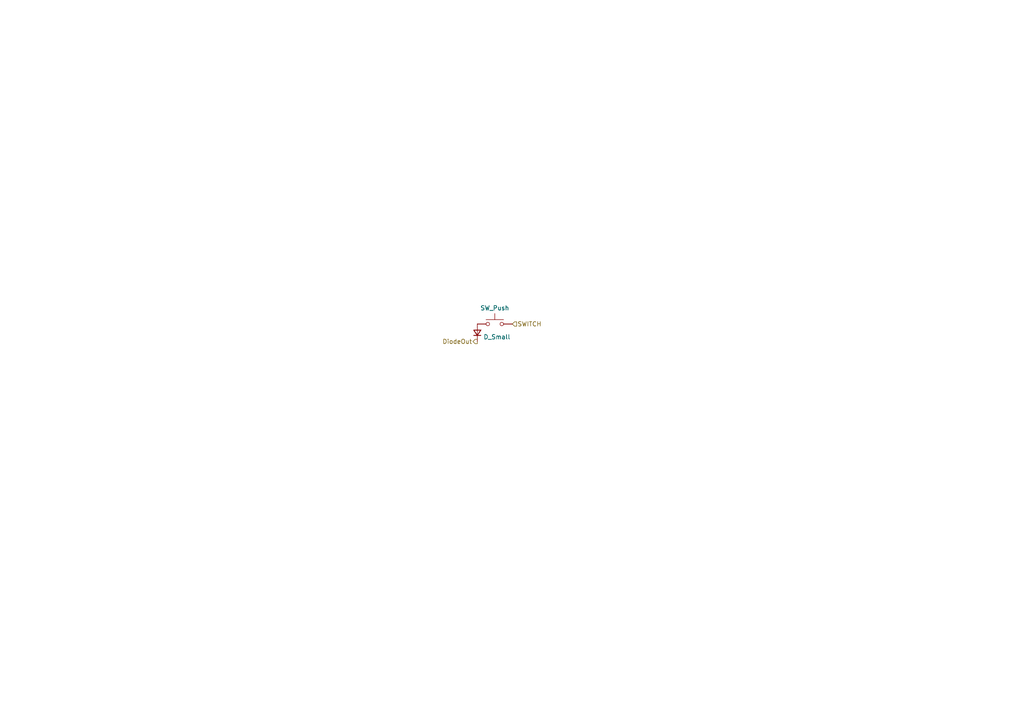
<source format=kicad_sch>
(kicad_sch (version 20231120) (generator "eeschema") (generator_version "8.0")
  (paper "A4")
  (lib_symbols
    (symbol "Device:D_Small" (pin_numbers hide) (pin_names (offset 0.254) hide)
      (property "Reference" "D" (at -1.27 2.032 0))
      (property "Value" "D_Small" (at -3.81 -2.032 0))
      (symbol "D_Small_0_1"
        (polyline (pts (xy -0.762 -1.016) (xy -0.762 1.016)) (stroke (width 0.254)))
        (polyline (pts (xy -0.762 0) (xy 0.762 0)))
        (polyline (pts (xy 0.762 -1.016) (xy -0.762 0) (xy 0.762 1.016) (xy 0.762 -1.016)) (stroke (width 0.254)))
      )
      (symbol "D_Small_1_1"
        (pin passive line (at -2.54 0 0) (length 1.778) (name "K") (number "1"))
        (pin passive line (at 2.54 0 180) (length 1.778) (name "A") (number "2"))
      )
    )
    (symbol "Switch:SW_Push" (pin_numbers hide) (pin_names (offset 1.016) hide)
      (property "Reference" "SW" (at 1.27 2.54 0))
      (property "Value" "SW_Push" (at 0 -1.524 0))
      (symbol "SW_Push_0_1"
        (circle (center -2.032 0) (radius 0.508))
        (polyline (pts (xy 0 1.27) (xy 0 3.048)))
        (polyline (pts (xy 2.54 1.27) (xy -2.54 1.27)))
        (circle (center 2.032 0) (radius 0.508))
        (pin passive line (at -5.08 0 0) (length 2.54) (name "1") (number "1"))
        (pin passive line (at 5.08 0 180) (length 2.54) (name "2") (number "2"))
      )
    )
  )
  (hierarchical_label "DiodeOut" (shape output) (at 138.43 99.06 180))
  (hierarchical_label "SWITCH" (shape input) (at 148.59 93.98 0))
  (symbol (lib_id "Device:D_Small") (at 138.43 96.52 90) (unit 1)
    (property "Reference" "D17" (effects (hide yes)))
    (property "Value" "D_Small" (at 140.208 97.7321 90) (effects (justify right)))
    (property "Footprint" "Library:D_SOD-323" (effects (hide yes)))
    (property "Description" "Diode, small symbol" (effects (hide yes)))
    (property "Sim.Device" "D" (effects (hide yes)))
    (property "Sim.Pins" "1=K 2=A" (effects (hide yes)))
    (instances (project "fixer-otg" (path "" (reference "D17") (unit 1)) (path "" (reference "D2") (unit 1)) (path "" (reference "D18") (unit 1)) (path "" (reference "D36") (unit 1)) (path "" (reference "D3") (unit 1)) (path "" (reference "D4") (unit 1)) (path "" (reference "D7") (unit 1)) (path "" (reference "D16") (unit 1)) (path "" (reference "D5") (unit 1)) (path "" (reference "D34") (unit 1)) (path "" (reference "D40") (unit 1)) (path "" (reference "D14") (unit 1)) (path "" (reference "D29") (unit 1)) (path "" (reference "D37") (unit 1)) (path "" (reference "D39") (unit 1)) (path "" (reference "D6") (unit 1)) (path "" (reference "D30") (unit 1)) (path "" (reference "D35") (unit 1)) (path "" (reference "D25") (unit 1)) (path "" (reference "D23") (unit 1)) (path "" (reference "D15") (unit 1)) (path "" (reference "D38") (unit 1)) (path "" (reference "D27") (unit 1)) (path "" (reference "D1") (unit 1)) (path "" (reference "D21") (unit 1)) (path "" (reference "D22") (unit 1)) (path "" (reference "D20") (unit 1)) (path "" (reference "D28") (unit 1)) (path "" (reference "D10") (unit 1)) (path "" (reference "D19") (unit 1)) (path "" (reference "D26") (unit 1)) (path "" (reference "D8") (unit 1)) (path "" (reference "D31") (unit 1)) (path "" (reference "D33") (unit 1)) (path "" (reference "D11") (unit 1)) (path "" (reference "D13") (unit 1)) (path "" (reference "D24") (unit 1)) (path "" (reference "D9") (unit 1)) (path "" (reference "D12") (unit 1)) (path "" (reference "D32") (unit 1))))
  )
  (symbol (lib_id "Switch:SW_Push") (at 143.51 93.98 0) (unit 1) (in_bom no)
    (property "Reference" "SW19" (effects (hide yes)))
    (property "Value" "SW_Push" (at 143.51 89.3389 0))
    (property "Footprint" "Library:Button_Mute_Kailh" (effects (hide yes)))
    (property "Description" "Push button switch, generic, two pins" (effects (hide yes)))
    (instances (project "fixer-otg" (path "" (reference "SW19") (unit 1)) (path "" (reference "SW4") (unit 1)) (path "" (reference "SW20") (unit 1)) (path "" (reference "SW38") (unit 1)) (path "" (reference "SW5") (unit 1)) (path "" (reference "SW6") (unit 1)) (path "" (reference "SW9") (unit 1)) (path "" (reference "SW18") (unit 1)) (path "" (reference "SW7") (unit 1)) (path "" (reference "SW36") (unit 1)) (path "" (reference "SW42") (unit 1)) (path "" (reference "SW16") (unit 1)) (path "" (reference "SW31") (unit 1)) (path "" (reference "SW39") (unit 1)) (path "" (reference "SW41") (unit 1)) (path "" (reference "SW8") (unit 1)) (path "" (reference "SW32") (unit 1)) (path "" (reference "SW37") (unit 1)) (path "" (reference "SW27") (unit 1)) (path "" (reference "SW25") (unit 1)) (path "" (reference "SW17") (unit 1)) (path "" (reference "SW40") (unit 1)) (path "" (reference "SW29") (unit 1)) (path "" (reference "SW3") (unit 1)) (path "" (reference "SW23") (unit 1)) (path "" (reference "SW24") (unit 1)) (path "" (reference "SW22") (unit 1)) (path "" (reference "SW30") (unit 1)) (path "" (reference "SW12") (unit 1)) (path "" (reference "SW21") (unit 1)) (path "" (reference "SW28") (unit 1)) (path "" (reference "SW10") (unit 1)) (path "" (reference "SW33") (unit 1)) (path "" (reference "SW35") (unit 1)) (path "" (reference "SW13") (unit 1)) (path "" (reference "SW15") (unit 1)) (path "" (reference "SW26") (unit 1)) (path "" (reference "SW11") (unit 1)) (path "" (reference "SW14") (unit 1)) (path "" (reference "SW34") (unit 1))))
  )
)
</source>
